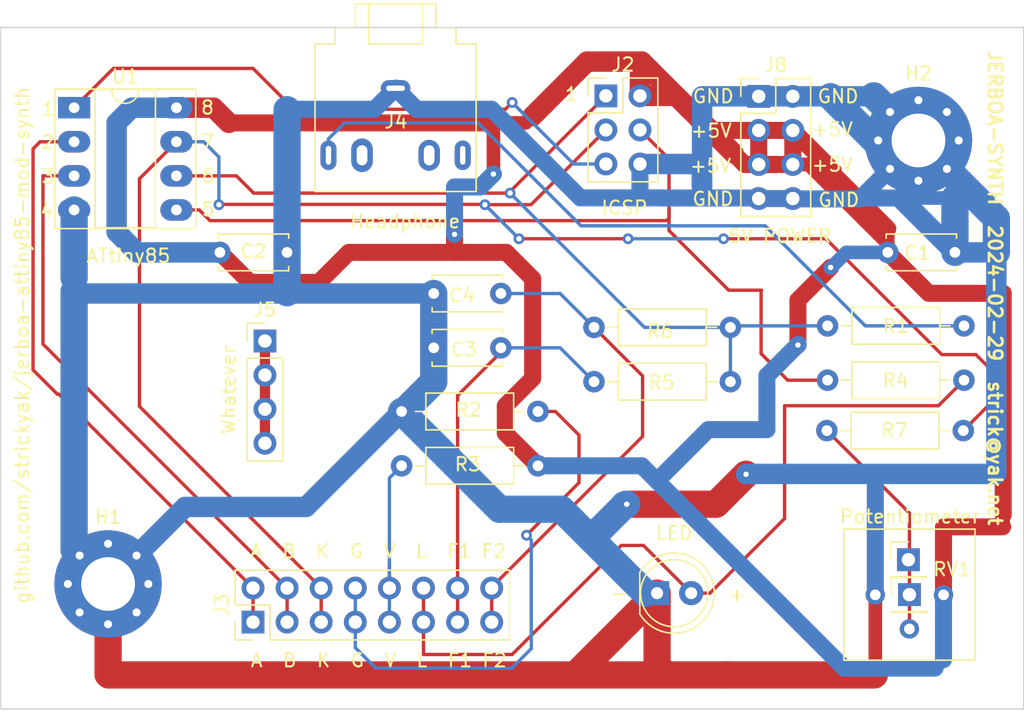
<source format=kicad_pcb>
(kicad_pcb (version 20221018) (generator pcbnew)
  (layers (0 "F.Cu" signal) (31 "B.Cu" signal) (34 "B.Paste" user) (35 "F.Paste" user) (36 "B.SilkS" user "B.Silkscreen") (37 "F.SilkS" user "F.Silkscreen") (38 "B.Mask" user) (39 "F.Mask" user) (44 "Edge.Cuts" user))
  (net 0 "")
  (net 1 "/F1")
  (net 2 "GND")
  (net 3 "/F2")
  (net 4 "/L")
  (net 5 "+5V")
  (net 6 "/chip_F")
  (net 7 "/K")
  (net 8 "/chip_L")
  (net 9 "/R")
  (net 10 "Net-(J4-PadT)")
  (net 11 "/A")
  (net 12 "/B")
  (net 13 "/TEMP")
  (net 14 "/G")
  (net 15 "/V")
  (net 16 "Net-(J6-Pin_1)")
  (footprint "LED_THT:LED_D5.0mm" (layer "F.Cu") (at 74.295 67.564)
    (fp_text reference "D1" hide)
    (fp_text value "LED")
    (pad "1" thru_hole rect (at 0 0) (size 1.8 1.8) (drill 0.9) (layers "*.Cu" "*.Mask") (net 2 "GND"))
    (pad "2" thru_hole circle (at 2.54 0) (size 1.8 1.8) (drill 0.9) (layers "*.Cu" "*.Mask") (net 4 "/L"))
  )
  (footprint "Resistor_THT:R_Axial_DIN0207_L6.3mm_D2.5mm_P10.16mm_Horizontal" (layer "F.Cu") (at 86.995 51.689)
    (fp_text reference "R4" (at 5.08 0.0254) (layer "F.SilkS"))
    (fp_text value "R_US")
    (pad "1" thru_hole circle (at 0 0) (size 1.6 1.6) (drill 0.8) (layers "*.Cu" "*.Mask") (net 8 "/chip_L"))
    (pad "2" thru_hole oval (at 10.16 0) (size 1.6 1.6) (drill 0.8) (layers "*.Cu" "*.Mask") (net 4 "/L"))
  )
  (footprint "Potentiometer_THT:Potentiometer_Bourns_3386P_Vertical" (layer "F.Cu") (at 90.551 67.691 -90)
    (fp_text reference "RV1" (at -1.905 -5.715 -180) (layer "F.SilkS"))
    (fp_text value "R_Potentiometer_US")
    (pad "1" thru_hole circle (at 0 0 270) (size 1.44 1.44) (drill 0.8) (layers "*.Cu" "*.Mask") (net 2 "GND"))
    (pad "2" thru_hole circle (at 2.54 -2.54 270) (size 1.44 1.44) (drill 0.8) (layers "*.Cu" "*.Mask") (net 16 "Net-(J6-Pin_1)"))
    (pad "3" thru_hole circle (at 0 -5.08 270) (size 1.44 1.44) (drill 0.8) (layers "*.Cu" "*.Mask") (net 5 "+5V"))
  )
  (footprint "Capacitor_THT:C_Disc_D5.0mm_W2.5mm_P5.00mm" (layer "F.Cu") (at 62.658 49.276 180)
    (fp_text reference "C3" (at 2.7394 -0.127) (layer "F.SilkS"))
    (fp_text value "C")
    (pad "1" thru_hole circle (at 0 0 180) (size 1.6 1.6) (drill 0.8) (layers "*.Cu" "*.Mask") (net 1 "/F1"))
    (pad "2" thru_hole circle (at 5 0 180) (size 1.6 1.6) (drill 0.8) (layers "*.Cu" "*.Mask") (net 2 "GND"))
  )
  (footprint "MountingHole:MountingHole_4mm_Pad_Via" (layer "F.Cu") (at 93.76368 33.81968)
    (fp_text reference "H2" (at 0 -5) (layer "F.SilkS"))
    (fp_text value "MountingHole_Pad")
    (pad "1" thru_hole circle (at -3 0) (size 0.9 0.9) (drill 0.6) (layers "*.Cu" "*.Mask") (net 2 "GND"))
    (pad "1" thru_hole circle (at -2.12132 -2.12132) (size 0.9 0.9) (drill 0.6) (layers "*.Cu" "*.Mask") (net 2 "GND"))
    (pad "1" thru_hole circle (at -2.12132 2.12132) (size 0.9 0.9) (drill 0.6) (layers "*.Cu" "*.Mask") (net 2 "GND"))
    (pad "1" thru_hole circle (at 0 -3) (size 0.9 0.9) (drill 0.6) (layers "*.Cu" "*.Mask") (net 2 "GND"))
    (pad "1" thru_hole circle (at 0 0) (size 8 8) (drill 4) (layers "*.Cu" "*.Mask") (net 2 "GND"))
    (pad "1" thru_hole circle (at 0 3) (size 0.9 0.9) (drill 0.6) (layers "*.Cu" "*.Mask") (net 2 "GND"))
    (pad "1" thru_hole circle (at 2.12132 -2.12132) (size 0.9 0.9) (drill 0.6) (layers "*.Cu" "*.Mask") (net 2 "GND"))
    (pad "1" thru_hole circle (at 2.12132 2.12132) (size 0.9 0.9) (drill 0.6) (layers "*.Cu" "*.Mask") (net 2 "GND"))
    (pad "1" thru_hole circle (at 3 0) (size 0.9 0.9) (drill 0.6) (layers "*.Cu" "*.Mask") (net 2 "GND"))
  )
  (footprint "Resistor_THT:R_Axial_DIN0207_L6.3mm_D2.5mm_P10.16mm_Horizontal" (layer "F.Cu") (at 55.263 58.071)
    (fp_text reference "R3" (at 4.935 -0.1082) (layer "F.SilkS"))
    (fp_text value "R_US")
    (pad "1" thru_hole circle (at 0 0) (size 1.6 1.6) (drill 0.8) (layers "*.Cu" "*.Mask") (net 15 "/V"))
    (pad "2" thru_hole oval (at 10.16 0) (size 1.6 1.6) (drill 0.8) (layers "*.Cu" "*.Mask") (net 5 "+5V"))
  )
  (footprint "Connector_PinHeader_2.54mm:PinHeader_2x04_P2.54mm_Vertical" (layer "F.Cu") (at 81.8642 30.5308)
    (fp_text reference "J8" (at 1.27 -2.33) (layer "F.SilkS"))
    (fp_text value "Conn_02x04_Odd_Even")
    (pad "1" thru_hole rect (at 0 0) (size 1.7 1.7) (drill 1) (layers "*.Cu" "*.Mask") (net 2 "GND"))
    (pad "2" thru_hole oval (at 2.54 0) (size 1.7 1.7) (drill 1) (layers "*.Cu" "*.Mask") (net 2 "GND"))
    (pad "3" thru_hole oval (at 0 2.54) (size 1.7 1.7) (drill 1) (layers "*.Cu" "*.Mask") (net 5 "+5V"))
    (pad "4" thru_hole oval (at 2.54 2.54) (size 1.7 1.7) (drill 1) (layers "*.Cu" "*.Mask") (net 5 "+5V"))
    (pad "5" thru_hole oval (at 0 5.08) (size 1.7 1.7) (drill 1) (layers "*.Cu" "*.Mask") (net 5 "+5V"))
    (pad "6" thru_hole oval (at 2.54 5.08) (size 1.7 1.7) (drill 1) (layers "*.Cu" "*.Mask") (net 5 "+5V"))
    (pad "7" thru_hole oval (at 0 7.62) (size 1.7 1.7) (drill 1) (layers "*.Cu" "*.Mask") (net 2 "GND"))
    (pad "8" thru_hole oval (at 2.54 7.62) (size 1.7 1.7) (drill 1) (layers "*.Cu" "*.Mask") (net 2 "GND"))
  )
  (footprint "Resistor_THT:R_Axial_DIN0207_L6.3mm_D2.5mm_P10.16mm_Horizontal" (layer "F.Cu") (at 79.756 47.752 180)
    (fp_text reference "R6" (at 5.2324 -0.2794) (layer "F.SilkS"))
    (fp_text value "R_US")
    (pad "1" thru_hole circle (at 0 0 180) (size 1.6 1.6) (drill 0.8) (layers "*.Cu" "*.Mask") (net 6 "/chip_F"))
    (pad "2" thru_hole oval (at 10.16 0 180) (size 1.6 1.6) (drill 0.8) (layers "*.Cu" "*.Mask") (net 3 "/F2"))
  )
  (footprint "Resistor_THT:R_Axial_DIN0207_L6.3mm_D2.5mm_P10.16mm_Horizontal" (layer "F.Cu") (at 79.756 51.802 180)
    (fp_text reference "R5" (at 5.1308 -0.0648) (layer "F.SilkS"))
    (fp_text value "R_US")
    (pad "1" thru_hole circle (at 0 0 180) (size 1.6 1.6) (drill 0.8) (layers "*.Cu" "*.Mask") (net 6 "/chip_F"))
    (pad "2" thru_hole oval (at 10.16 0 180) (size 1.6 1.6) (drill 0.8) (layers "*.Cu" "*.Mask") (net 1 "/F1"))
  )
  (footprint "Resistor_THT:R_Axial_DIN0207_L6.3mm_D2.5mm_P10.16mm_Horizontal" (layer "F.Cu") (at 86.995 47.639)
    (fp_text reference "R1" (at 5.08 0.0114) (layer "F.SilkS"))
    (fp_text value "R_US")
    (pad "1" thru_hole circle (at 0 0) (size 1.6 1.6) (drill 0.8) (layers "*.Cu" "*.Mask") (net 6 "/chip_F"))
    (pad "2" thru_hole oval (at 10.16 0) (size 1.6 1.6) (drill 0.8) (layers "*.Cu" "*.Mask") (net 10 "Net-(J4-PadT)"))
  )
  (footprint "Capacitor_THT:C_Disc_D5.0mm_W2.5mm_P5.00mm" (layer "F.Cu") (at 91.48 42.164)
    (fp_text reference "C1" (at 2.1952 0.0254) (layer "F.SilkS"))
    (fp_text value "C")
    (pad "1" thru_hole circle (at 0 0) (size 1.6 1.6) (drill 0.8) (layers "*.Cu" "*.Mask") (net 5 "+5V"))
    (pad "2" thru_hole circle (at 5 0) (size 1.6 1.6) (drill 0.8) (layers "*.Cu" "*.Mask") (net 2 "GND"))
  )
  (footprint "Connector_PinHeader_2.54mm:PinHeader_2x03_P2.54mm_Vertical" (layer "F.Cu") (at 70.48 30.495)
    (fp_text reference "J2" (at 1.27 -2.33) (layer "F.SilkS"))
    (fp_text value "Conn_02x03_Odd_Even")
    (pad "1" thru_hole rect (at 0 0) (size 1.7 1.7) (drill 1) (layers "*.Cu" "*.Mask") (net 6 "/chip_F"))
    (pad "2" thru_hole oval (at 2.54 0) (size 1.7 1.7) (drill 1) (layers "*.Cu" "*.Mask") (net 5 "+5V"))
    (pad "3" thru_hole oval (at 0 2.54) (size 1.7 1.7) (drill 1) (layers "*.Cu" "*.Mask") (net 7 "/K"))
    (pad "4" thru_hole oval (at 2.54 2.54) (size 1.7 1.7) (drill 1) (layers "*.Cu" "*.Mask") (net 8 "/chip_L"))
    (pad "5" thru_hole oval (at 0 5.08) (size 1.7 1.7) (drill 1) (layers "*.Cu" "*.Mask") (net 9 "/R"))
    (pad "6" thru_hole oval (at 2.54 5.08) (size 1.7 1.7) (drill 1) (layers "*.Cu" "*.Mask") (net 2 "GND"))
  )
  (footprint "Connector_PinHeader_2.54mm:PinHeader_1x01_P2.54mm_Vertical" (layer "F.Cu") (at 93.0148 65.0748)
    (fp_text reference "J6" hide)
    (fp_text value "Conn_01x01")
    (pad "1" thru_hole rect (at 0 0) (size 1.7 1.7) (drill 1) (layers "*.Cu" "*.Mask") (net 16 "Net-(J6-Pin_1)"))
  )
  (footprint "Library:Jack_3.5mm_CUI_SJ1-3525N_Horizontal_No_Edge_Cuts" (layer "F.Cu") (at 54.817 29.925 180)
    (fp_text reference "J4" (at -0.0216 -2.4854 180) (layer "F.SilkS"))
    (fp_text value "AudioJack2")
    (pad "" np_thru_hole circle (at -5 0 180) (size 1.2 1.2) (drill 1.2) (layers "F&B.Cu" "*.Mask"))
    (pad "" np_thru_hole circle (at -5 2.5 180) (size 1.2 1.2) (drill 1.2) (layers "F&B.Cu" "*.Mask"))
    (pad "" np_thru_hole circle (at 0 -5 180) (size 1.2 1.2) (drill 1.2) (layers "F&B.Cu" "*.Mask"))
    (pad "" np_thru_hole circle (at 5 0 180) (size 1.2 1.2) (drill 1.2) (layers "F&B.Cu" "*.Mask"))
    (pad "" np_thru_hole circle (at 5 2.5 180) (size 1.2 1.2) (drill 1.2) (layers "F&B.Cu" "*.Mask"))
    (pad "R" thru_hole oval (at -5 -5 180) (size 1.2 2.2) (drill oval 0.4 1.4) (layers "*.Cu" "*.Mask"))
    (pad "RN" thru_hole oval (at -2.5 -5 180) (size 1.6 2.3) (drill oval 0.8 1.5) (layers "*.Cu" "*.Mask"))
    (pad "S" thru_hole oval (at 0 0 180) (size 2.2 1.2) (drill oval 1.4 0.4) (layers "*.Cu" "*.Mask") (net 2 "GND"))
    (pad "T" thru_hole oval (at 5 -5) (size 1.2 2.2) (drill oval 0.4 1.4) (layers "*.Cu" "*.Mask") (net 10 "Net-(J4-PadT)"))
    (pad "TN" thru_hole oval (at 2.5 -5) (size 1.6 2.5) (drill oval 0.8 1.5) (layers "*.Cu" "*.Mask"))
  )
  (footprint "Package_DIP:DIP-8_W7.62mm_Socket_LongPads" (layer "F.Cu") (at 30.871 31.379)
    (fp_text reference "U1" (at 3.81 -2.33) (layer "F.SilkS"))
    (fp_text value "ATtiny85-20P")
    (pad "1" thru_hole rect (at 0 0) (size 2.4 1.6) (drill 0.8) (layers "*.Cu" "*.Mask") (net 9 "/R"))
    (pad "2" thru_hole oval (at 0 2.54) (size 2.4 1.6) (drill 0.8) (layers "*.Cu" "*.Mask") (net 11 "/A"))
    (pad "3" thru_hole oval (at 0 5.08) (size 2.4 1.6) (drill 0.8) (layers "*.Cu" "*.Mask") (net 12 "/B"))
    (pad "4" thru_hole oval (at 0 7.62) (size 2.4 1.6) (drill 0.8) (layers "*.Cu" "*.Mask") (net 2 "GND"))
    (pad "5" thru_hole oval (at 7.62 7.62) (size 2.4 1.6) (drill 0.8) (layers "*.Cu" "*.Mask") (net 8 "/chip_L"))
    (pad "6" thru_hole oval (at 7.62 5.08) (size 2.4 1.6) (drill 0.8) (layers "*.Cu" "*.Mask") (net 6 "/chip_F"))
    (pad "7" thru_hole oval (at 7.62 2.54) (size 2.4 1.6) (drill 0.8) (layers "*.Cu" "*.Mask") (net 7 "/K"))
    (pad "8" thru_hole oval (at 7.62 0) (size 2.4 1.6) (drill 0.8) (layers "*.Cu" "*.Mask") (net 5 "+5V"))
  )
  (footprint "Resistor_THT:R_Axial_DIN0207_L6.3mm_D2.5mm_P10.16mm_Horizontal" (layer "F.Cu") (at 97.1042 55.4482 180)
    (fp_text reference "R7" (at 5.1308 0.0254) (layer "F.SilkS"))
    (fp_text value "R_US")
    (pad "1" thru_hole circle (at 0 0 180) (size 1.6 1.6) (drill 0.8) (layers "*.Cu" "*.Mask") (net 7 "/K"))
    (pad "2" thru_hole oval (at 10.16 0 180) (size 1.6 1.6) (drill 0.8) (layers "*.Cu" "*.Mask") (net 16 "Net-(J6-Pin_1)"))
  )
  (footprint "Resistor_THT:R_Axial_DIN0207_L6.3mm_D2.5mm_P10.16mm_Horizontal" (layer "F.Cu") (at 55.263 54.021)
    (fp_text reference "R2" (at 4.9858 -0.1222) (layer "F.SilkS"))
    (fp_text value "R_US")
    (pad "1" thru_hole circle (at 0 0) (size 1.6 1.6) (drill 0.8) (layers "*.Cu" "*.Mask") (net 2 "GND"))
    (pad "2" thru_hole oval (at 10.16 0) (size 1.6 1.6) (drill 0.8) (layers "*.Cu" "*.Mask") (net 14 "/G"))
  )
  (footprint "Connector_PinHeader_2.54mm:PinHeader_1x01_P2.54mm_Vertical" (layer "F.Cu") (at 93.091 67.676)
    (fp_text reference "J7" hide)
    (fp_text value "Conn_01x01")
    (pad "1" thru_hole rect (at 0 0) (size 1.7 1.7) (drill 1) (layers "*.Cu" "*.Mask") (net 16 "Net-(J6-Pin_1)"))
  )
  (footprint "Capacitor_THT:C_Disc_D5.0mm_W2.5mm_P5.00mm" (layer "F.Cu") (at 41.7322 42.164)
    (fp_text reference "C2" (at 2.4892 -0.0762) (layer "F.SilkS"))
    (fp_text value "C")
    (pad "1" thru_hole circle (at 0 0) (size 1.6 1.6) (drill 0.8) (layers "*.Cu" "*.Mask") (net 5 "+5V"))
    (pad "2" thru_hole circle (at 5 0) (size 1.6 1.6) (drill 0.8) (layers "*.Cu" "*.Mask") (net 2 "GND"))
  )
  (footprint "Connector_PinHeader_2.54mm:PinHeader_1x04_P2.54mm_Vertical" (layer "F.Cu") (at 45.085 48.768)
    (fp_text reference "J5" (at 0 -2.33) (layer "F.SilkS"))
    (fp_text value "Conn_01x04_Pin")
    (pad "1" thru_hole rect (at 0 0) (size 1.7 1.7) (drill 1) (layers "*.Cu" "*.Mask") (net 13 "/TEMP"))
    (pad "2" thru_hole oval (at 0 2.54) (size 1.7 1.7) (drill 1) (layers "*.Cu" "*.Mask") (net 13 "/TEMP"))
    (pad "3" thru_hole oval (at 0 5.08) (size 1.7 1.7) (drill 1) (layers "*.Cu" "*.Mask") (net 13 "/TEMP"))
    (pad "4" thru_hole oval (at 0 7.62) (size 1.7 1.7) (drill 1) (layers "*.Cu" "*.Mask") (net 13 "/TEMP"))
  )
  (footprint "MountingHole:MountingHole_4mm_Pad_Via" (layer "F.Cu") (at 33.401 66.881)
    (fp_text reference "H1" (at 0 -5) (layer "F.SilkS"))
    (fp_text value "MountingHole_Pad")
    (pad "1" thru_hole circle (at -3 0) (size 0.9 0.9) (drill 0.6) (layers "*.Cu" "*.Mask") (net 2 "GND"))
    (pad "1" thru_hole circle (at -2.12132 -2.12132) (size 0.9 0.9) (drill 0.6) (layers "*.Cu" "*.Mask") (net 2 "GND"))
    (pad "1" thru_hole circle (at -2.12132 2.12132) (size 0.9 0.9) (drill 0.6) (layers "*.Cu" "*.Mask") (net 2 "GND"))
    (pad "1" thru_hole circle (at 0 -3) (size 0.9 0.9) (drill 0.6) (layers "*.Cu" "*.Mask") (net 2 "GND"))
    (pad "1" thru_hole circle (at 0 0) (size 8 8) (drill 4) (layers "*.Cu" "*.Mask") (net 2 "GND"))
    (pad "1" thru_hole circle (at 0 3) (size 0.9 0.9) (drill 0.6) (layers "*.Cu" "*.Mask") (net 2 "GND"))
    (pad "1" thru_hole circle (at 2.12132 -2.12132) (size 0.9 0.9) (drill 0.6) (layers "*.Cu" "*.Mask") (net 2 "GND"))
    (pad "1" thru_hole circle (at 2.12132 2.12132) (size 0.9 0.9) (drill 0.6) (layers "*.Cu" "*.Mask") (net 2 "GND"))
    (pad "1" thru_hole circle (at 3 0) (size 0.9 0.9) (drill 0.6) (layers "*.Cu" "*.Mask") (net 2 "GND"))
  )
  (footprint "Connector_PinHeader_2.54mm:PinHeader_2x08_P2.54mm_Vertical" (layer "F.Cu") (at 44.196 69.723 90)
    (fp_text reference "J3" (at 1.27 -2.33 90) (layer "F.SilkS"))
    (fp_text value "Conn_02x08_Odd_Even")
    (pad "1" thru_hole rect (at 0 0 90) (size 1.7 1.7) (drill 1) (layers "*.Cu" "*.Mask") (net 11 "/A"))
    (pad "2" thru_hole oval (at 2.54 0 90) (size 1.7 1.7) (drill 1) (layers "*.Cu" "*.Mask") (net 11 "/A"))
    (pad "3" thru_hole oval (at 0 2.54 90) (size 1.7 1.7) (drill 1) (layers "*.Cu" "*.Mask") (net 12 "/B"))
    (pad "4" thru_hole oval (at 2.54 2.54 90) (size 1.7 1.7) (drill 1) (layers "*.Cu" "*.Mask") (net 12 "/B"))
    (pad "5" thru_hole oval (at 0 5.08 90) (size 1.7 1.7) (drill 1) (layers "*.Cu" "*.Mask") (net 7 "/K"))
    (pad "6" thru_hole oval (at 2.54 5.08 90) (size 1.7 1.7) (drill 1) (layers "*.Cu" "*.Mask") (net 7 "/K"))
    (pad "7" thru_hole oval (at 0 7.62 90) (size 1.7 1.7) (drill 1) (layers "*.Cu" "*.Mask") (net 14 "/G"))
    (pad "8" thru_hole oval (at 2.54 7.62 90) (size 1.7 1.7) (drill 1) (layers "*.Cu" "*.Mask") (net 14 "/G"))
    (pad "9" thru_hole oval (at 0 10.16 90) (size 1.7 1.7) (drill 1) (layers "*.Cu" "*.Mask") (net 15 "/V"))
    (pad "10" thru_hole oval (at 2.54 10.16 90) (size 1.7 1.7) (drill 1) (layers "*.Cu" "*.Mask") (net 15 "/V"))
    (pad "11" thru_hole oval (at 0 12.7 90) (size 1.7 1.7) (drill 1) (layers "*.Cu" "*.Mask") (net 4 "/L"))
    (pad "12" thru_hole oval (at 2.54 12.7 90) (size 1.7 1.7) (drill 1) (layers "*.Cu" "*.Mask") (net 4 "/L"))
    (pad "13" thru_hole oval (at 0 15.24 90) (size 1.7 1.7) (drill 1) (layers "*.Cu" "*.Mask") (net 1 "/F1"))
    (pad "14" thru_hole oval (at 2.54 15.24 90) (size 1.7 1.7) (drill 1) (layers "*.Cu" "*.Mask") (net 1 "/F1"))
    (pad "15" thru_hole oval (at 0 17.78 90) (size 1.7 1.7) (drill 1) (layers "*.Cu" "*.Mask") (net 3 "/F2"))
    (pad "16" thru_hole oval (at 2.54 17.78 90) (size 1.7 1.7) (drill 1) (layers "*.Cu" "*.Mask") (net 3 "/F2"))
  )
  (footprint "Capacitor_THT:C_Disc_D5.0mm_W2.5mm_P5.00mm" (layer "F.Cu") (at 62.658 45.226 180)
    (fp_text reference "C4" (at 2.8918 -0.1638) (layer "F.SilkS"))
    (fp_text value "C")
    (pad "1" thru_hole circle (at 0 0 180) (size 1.6 1.6) (drill 0.8) (layers "*.Cu" "*.Mask") (net 3 "/F2"))
    (pad "2" thru_hole circle (at 5 0 180) (size 1.6 1.6) (drill 0.8) (layers "*.Cu" "*.Mask") (net 2 "GND"))
  )
  (gr_rect (start 25.4 25.4) (end 101.6 76.2) (stroke (width 0.1)) (fill none) (layer "Edge.Cuts"))
  (gr_text "Whatever" (at 42.9768 55.8292 90) (layer "F.SilkS") (effects (font (size 1 1)) (justify left bottom)))
  (gr_text "GND" (at 86.2076 38.8366) (layer "F.SilkS") (effects (font (size 1 1)) (justify left bottom)))
  (gr_text "GND" (at 86.1568 31.115) (layer "F.SilkS") (effects (font (size 1 1)) (justify left bottom)))
  (gr_text "A  B  K  G  V  L  F1 F2" (at 43.8912 65.024) (layer "F.SilkS") (effects (font (size 1 1)) (justify left bottom)))
  (gr_text "7" (at 40.2336 34.4932) (layer "F.SilkS") (effects (font (size 1 1)) (justify left bottom)))
  (gr_text "+5V" (at 85.725 33.5788) (layer "F.SilkS") (effects (font (size 1 1)) (justify left bottom)))
  (gr_text "JERBOA-SYNTH  2024-02-29  strick@yak.net" (at 98.8822 27.0256 270) (layer "F.SilkS") (effects (font (size 1 1) (thickness 0.2) bold) (justify left bottom)))
  (gr_text "5V POWER" (at 79.502 41.529) (layer "F.SilkS") (effects (font (size 1 1)) (justify left bottom)))
  (gr_text "Potentiometer" (at 87.8078 62.4332) (layer "F.SilkS") (effects (font (size 1 1)) (justify left bottom)))
  (gr_text "GND" (at 76.835 38.7604) (layer "F.SilkS") (effects (font (size 1 1)) (justify left bottom)))
  (gr_text "GND" (at 76.8604 31.115) (layer "F.SilkS") (effects (font (size 1 1)) (justify left bottom)))
  (gr_text "+5V" (at 85.725 36.2204) (layer "F.SilkS") (effects (font (size 1 1)) (justify left bottom)))
  (gr_text "-" (at 70.7644 68.1482) (layer "F.SilkS") (effects (font (size 1 1)) (justify left bottom)))
  (gr_text "Headphone" (at 51.3334 40.4368) (layer "F.SilkS") (effects (font (size 1 1)) (justify left bottom)))
  (gr_text "1" (at 67.3354 30.9626) (layer "F.SilkS") (effects (font (size 1 1)) (justify left bottom)))
  (gr_text "+5V" (at 76.6572 36.2966) (layer "F.SilkS") (effects (font (size 1 1)) (justify left bottom)))
  (gr_text "6" (at 40.2844 37.0586) (layer "F.SilkS") (effects (font (size 1 1)) (justify left bottom)))
  (gr_text "github.com/strickyak/jerboa-attiny85-mod-synth" (at 27.5844 68.453 90) (layer "F.SilkS") (effects (font (size 1 1)) (justify left bottom)))
  (gr_text "+5V" (at 76.708 33.6804) (layer "F.SilkS") (effects (font (size 1 1)) (justify left bottom)))
  (gr_text "LED" (at 74.1172 63.6778) (layer "F.SilkS") (effects (font (size 1 1)) (justify left bottom)))
  (gr_text "ICSP" (at 70.0532 39.4208) (layer "F.SilkS") (effects (font (size 1 1)) (justify left bottom)))
  (gr_text "3" (at 28.3464 37.1094) (layer "F.SilkS") (effects (font (size 1 1)) (justify left bottom)))
  (gr_text "ATtiny85" (at 31.6992 43.0022) (layer "F.SilkS") (effects (font (size 1 1)) (justify left bottom)))
  (gr_text "8" (at 40.2336 31.9532) (layer "F.SilkS") (effects (font (size 1 1)) (justify left bottom)))
  (gr_text "5" (at 40.2844 39.5478) (layer "F.SilkS") (effects (font (size 1 1)) (justify left bottom)))
  (gr_text "4" (at 28.2702 39.6494) (layer "F.SilkS") (effects (font (size 1 1)) (justify left bottom)))
  (gr_text "1" (at 28.3718 32.0802) (layer "F.SilkS") (effects (font (size 1 1)) (justify left bottom)))
  (gr_text "A  B  K  G  V  L  F1 F2" (at 43.942 73.152) (layer "F.SilkS") (effects (font (size 1 1)) (justify left bottom)))
  (gr_text "2" (at 28.321 34.544) (layer "F.SilkS") (effects (font (size 1 1)) (justify left bottom)))
  (gr_text "+" (at 79.5274 68.2498) (layer "F.SilkS") (effects (font (size 1 1)) (justify left bottom)))
  (segment (start 59.436 67.183) (end 59.436 69.723) (width 0.25) (layer "F.Cu") (net 1))
  (segment (start 62.658 49.276) (end 62.658 49.61) (width 0.25) (layer "F.Cu") (net 1))
  (segment (start 62.658 49.61) (end 59.436 52.832) (width 0.25) (layer "F.Cu") (net 1))
  (segment (start 59.436 52.832) (end 59.436 67.183) (width 0.25) (layer "F.Cu") (net 1))
  (segment (start 67.07 49.276) (end 62.658 49.276) (width 0.25) (layer "B.Cu") (net 1))
  (segment (start 69.596 51.802) (end 67.07 49.276) (width 0.25) (layer "B.Cu") (net 1))
  (segment (start 74.9554 73.66) (end 79.756 73.66) (width 2.032) (layer "F.Cu") (net 2))
  (segment (start 72.0344 60.9346) (end 78.6892 60.9346) (width 2.032) (layer "F.Cu") (net 2))
  (segment (start 79.248 73.66) (end 90.4748 73.66) (width 2.032) (layer "F.Cu") (net 2))
  (segment (start 68.58 73.66) (end 74.9554 73.66) (width 2.032) (layer "F.Cu") (net 2))
  (segment (start 90.4748 73.66) (end 90.5002 73.6854) (width 1.016) (layer "F.Cu") (net 2))
  (segment (start 78.6892 60.9346) (end 80.9244 58.6994) (width 2.032) (layer "F.Cu") (net 2))
  (segment (start 33.401 73.6092) (end 33.401 66.881) (width 2.032) (layer "F.Cu") (net 2))
  (segment (start 90.297 67.691) (end 90.551 67.691) (width 0.25) (layer "F.Cu") (net 2))
  (segment (start 79.248 73.66) (end 79.756 73.66) (width 1.016) (layer "F.Cu") (net 2))
  (segment (start 68.58 73.279) (end 68.58 73.66) (width 0.25) (layer "F.Cu") (net 2))
  (segment (start 74.295 72.9996) (end 74.295 67.564) (width 2.032) (layer "F.Cu") (net 2))
  (segment (start 90.551 73.6346) (end 90.551 67.691) (width 1.016) (layer "F.Cu") (net 2))
  (segment (start 68.58 73.66) (end 33.4518 73.66) (width 2.032) (layer "F.Cu") (net 2))
  (segment (start 74.9554 73.66) (end 74.295 72.9996) (width 2.032) (layer "F.Cu") (net 2))
  (segment (start 90.5002 73.6854) (end 90.551 73.6346) (width 1.016) (layer "F.Cu") (net 2))
  (segment (start 33.4518 73.66) (end 33.401 73.6092) (width 2.032) (layer "F.Cu") (net 2))
  (segment (start 69.9516 71.9074) (end 68.58 73.279) (width 2.032) (layer "F.Cu") (net 2))
  (segment (start 74.295 67.564) (end 69.9516 71.9074) (width 2.032) (layer "F.Cu") (net 2))
  (via (at 80.9244 58.6994) (size 0.8) (drill 0.4) (layers "F.Cu" "B.Cu") (net 2))
  (via (at 72.0344 60.9346) (size 0.8) (drill 0.4) (layers "F.Cu" "B.Cu") (net 2))
  (segment (start 87.2236 30.5562) (end 84.4296 30.5562) (width 1.27) (layer "B.Cu") (net 2))
  (segment (start 87.2236 30.5562) (end 90.48708 33.81968) (width 2.032) (layer "B.Cu") (net 2))
  (segment (start 77.206 38.1) (end 77.216 38.11) (width 0.762) (layer "B.Cu") (net 2))
  (segment (start 54.817 29.925) (end 56.388 31.496) (width 1.27) (layer "B.Cu") (net 2))
  (segment (start 77.6224 35.5346) (end 77.582 35.575) (width 1.524) (layer "B.Cu") (net 2))
  (segment (start 55.263 54.021) (end 48.1462 61.1378) (width 1.524) (layer "B.Cu") (net 2))
  (segment (start 90.434 30.49) (end 93.76368 33.81968) (width 2.032) (layer "B.Cu") (net 2))
  (segment (start 39.1442 61.1378) (end 33.401 66.881) (width 1.524) (layer "B.Cu") (net 2))
  (segment (start 72.0344 60.9346) (end 71.9582 60.9854) (width 2.032) (layer "B.Cu") (net 2))
  (segment (start 57.658 49.276) (end 57.658 45.226) (width 2.032) (layer "B.Cu") (net 2))
  (segment (start 89.47336 38.11) (end 93.76368 33.81968) (width 1.27) (layer "B.Cu") (net 2))
  (segment (start 62.551 61.309) (end 55.263 54.021) (width 2.032) (layer "B.Cu") (net 2))
  (segment (start 89.47336 38.11) (end 89.40716 38.1762) (width 1.016) (layer "B.Cu") (net 2))
  (segment (start 46.7322 31.5252) (end 46.7614 31.496) (width 1.016) (layer "B.Cu") (net 2))
  (segment (start 78.0542 38.11) (end 81.8234 38.11) (width 1.27) (layer "B.Cu") (net 2))
  (segment (start 89.40716 38.1762) (end 84.4296 38.1762) (width 1.27) (layer "B.Cu") (net 2))
  (segment (start 53.246 31.496) (end 46.7614 31.496) (width 1.27) (layer "B.Cu") (net 2))
  (segment (start 30.871 38.999) (end 30.871 44.069) (width 2.032) (layer "B.Cu") (net 2))
  (segment (start 99.568 58.674) (end 91.8718 58.674) (width 1.524) (layer "B.Cu") (net 2))
  (segment (start 77.6478 30.5308) (end 77.6478 37.7036) (width 1.524) (layer "B.Cu") (net 2))
  (segment (start 74.295 67.564) (end 73.42 67.564) (width 0.25) (layer "B.Cu") (net 2))
  (segment (start 46.7322 42.164) (end 46.7322 45.1714) (width 2.032) (layer "B.Cu") (net 2))
  (segment (start 77.582 35.575) (end 73.02 35.575) (width 1.524) (layer "B.Cu") (net 2))
  (segment (start 30.871 45.0596) (end 30.871 64.351) (width 2.032) (layer "B.Cu") (net 2))
  (segment (start 99.568 42.164) (end 99.568 58.674) (width 1.524) (layer "B.Cu") (net 2))
  (segment (start 73.42 67.564) (end 69.3617 63.5057) (width 2.032) (layer "B.Cu") (net 2))
  (segment (start 80.9498 58.674) (end 80.9244 58.6994) (width 1.524) (layer "B.Cu") (net 2))
  (segment (start 81.8234 38.11) (end 81.8896 38.1762) (width 0.762) (layer "B.Cu") (net 2))
  (segment (start 78.0542 38.11) (end 74.686 38.11) (width 1.27) (layer "B.Cu") (net 2))
  (segment (start 73.0758 38.1) (end 73.02 38.0442) (width 1.27) (layer "B.Cu") (net 2))
  (segment (start 90.48708 33.81968) (end 93.76368 33.81968) (width 1.27) (layer "B.Cu") (net 2))
  (segment (start 96.48 42.164) (end 96.48 38.1) (width 2.032) (layer "B.Cu") (net 2))
  (segment (start 96.48 36.536) (end 93.76368 33.81968) (width 0.25) (layer "B.Cu") (net 2))
  (segment (start 77.6224 35.5346) (end 77.6224 37.1094) (width 1.524) (layer "B.Cu") (net 2))
  (segment (start 30.871 44.069) (end 30.871 45.0596) (width 1.016) (layer "B.Cu") (net 2))
  (segment (start 92.456 38.14) (end 92.456 38.11) (width 1.016) (layer "B.Cu") (net 2))
  (segment (start 73.0758 38.1) (end 74.676 38.1) (width 1.27) (layer "B.Cu") (net 2))
  (segment (start 90.5764 58.674) (end 90.551 58.6994) (width 1.016) (layer "B.Cu") (net 2))
  (segment (start 54.817 29.925) (end 53.246 31.496) (width 1.27) (layer "B.Cu") (net 2))
  (segment (start 93.76368 33.81968) (end 98.044 38.1) (width 2.032) (layer "B.Cu") (net 2))
  (segment (start 90.434 30.49) (end 90.3932 30.5308) (width 1.27) (layer "B.Cu") (net 2))
  (segment (start 67.165 61.309) (end 62.551 61.309) (width 2.032) (layer "B.Cu") (net 2))
  (segment (start 96.48 42.164) (end 99.568 42.164) (width 1.524) (layer "B.Cu") (net 2))
  (segment (start 73.02 38.0442) (end 73.02 37.0078) (width 1.27) (layer "B.Cu") (net 2))
  (segment (start 71.9582 60.9854) (end 71.9074 60.9854) (width 2.032) (layer "B.Cu") (net 2))
  (segment (start 96.48 38.1) (end 98.044 38.1) (width 0.25) (layer "B.Cu") (net 2))
  (segment (start 30.871 64.351) (end 33.401 66.881) (width 0.25) (layer "B.Cu") (net 2))
  (segment (start 68.58 38.1) (end 73.0758 38.1) (width 1.27) (layer "B.Cu") (net 2))
  (segment (start 71.882 60.9854) (end 71.8566 60.9854) (width 2.032) (layer "B.Cu") (net 2))
  (segment (start 57.658 51.802) (end 57.658 49.276) (width 2.032) (layer "B.Cu") (net 2))
  (segment (start 61.976 31.496) (end 68.58 38.1) (width 1.27) (layer "B.Cu") (net 2))
  (segment (start 46.7322 45.1714) (end 46.7868 45.226) (width 1.016) (layer "B.Cu") (net 2))
  (segment (start 48.1462 61.1378) (end 39.1442 61.1378) (width 1.524) (layer "B.Cu") (net 2))
  (segment (start 90.551 58.6994) (end 90.551 67.691) (width 1.27) (layer "B.Cu") (net 2))
  (segment (start 57.658 45.226) (end 46.7868 45.226) (width 1.524) (layer "B.Cu") (net 2))
  (segment (start 81.8642 38.1508) (end 84.4042 38.1508) (width 1.27) (layer "B.Cu") (net 2))
  (segment (start 71.8566 60.9854) (end 72.0344 60.9346) (width 2.032) (layer "B.Cu") (net 2))
  (segment (start 55.263 54.021) (end 55.439 54.021) (width 0.25) (layer "B.Cu") (net 2))
  (segment (start 69.3617 63.5057) (end 67.165 61.309) (width 2.032) (layer "B.Cu") (net 2))
  (segment (start 46.7322 42.164) (end 46.7322 31.5252) (width 2.032) (layer "B.Cu") (net 2))
  (segment (start 98.044 38.1) (end 99.568 39.624) (width 2.032) (layer "B.Cu") (net 2))
  (segment (start 89.47336 38.11) (end 92.456 38.11) (width 1.27) (layer "B.Cu") (net 2))
  (segment (start 82.931 30.5308) (end 77.6478 30.5308) (width 1.524) (layer "B.Cu") (net 2))
  (segment (start 46.7868 45.226) (end 31.0374 45.226) (width 1.524) (layer "B.Cu") (net 2))
  (segment (start 73.02 37.0078) (end 73.02 35.575) (width 1.27) (layer "B.Cu") (net 2))
  (segment (start 96.47 38.11) (end 96.48 38.1) (width 0.25) (layer "B.Cu") (net 2))
  (segment (start 31.0374 45.226) (end 30.871 45.0596) (width 1.016) (layer "B.Cu") (net 2))
  (segment (start 55.439 54.021) (end 57.658 51.802) (width 2.032) (layer "B.Cu") (net 2))
  (segment (start 69.3617 63.5057) (end 71.882 60.9854) (width 2.032) (layer "B.Cu") (net 2))
  (segment (start 90.434 30.49) (end 90.3678 30.5562) (width 1.27) (layer "B.Cu") (net 2))
  (segment (start 91.8718 58.674) (end 80.9498 58.674) (width 1.524) (layer "B.Cu") (net 2))
  (segment (start 96.48 42.164) (end 92.456 38.14) (width 1.524) (layer "B.Cu") (net 2))
  (segment (start 74.686 38.11) (end 74.676 38.1) (width 1.27) (layer "B.Cu") (net 2))
  (segment (start 90.3932 30.5308) (end 82.931 30.5308) (width 1.524) (layer "B.Cu") (net 2))
  (segment (start 56.388 31.496) (end 61.976 31.496) (width 1.27) (layer "B.Cu") (net 2))
  (segment (start 90.3678 30.5562) (end 87.2236 30.5562) (width 1.27) (layer "B.Cu") (net 2))
  (segment (start 92.456 38.11) (end 96.47 38.11) (width 1.016) (layer "B.Cu") (net 2))
  (segment (start 96.48 38.1) (end 96.48 36.536) (width 1.016) (layer "B.Cu") (net 2))
  (segment (start 82.931 30.5308) (end 81.8642 30.5308) (width 1.524) (layer "B.Cu") (net 2))
  (segment (start 99.568 39.624) (end 99.568 42.164) (width 2.032) (layer "B.Cu") (net 2))
  (segment (start 91.8718 58.674) (end 90.5764 58.674) (width 1.524) (layer "B.Cu") (net 2))
  (segment (start 61.976 67.183) (end 61.976 67.1195) (width 0.25) (layer "F.Cu") (net 3))
  (segment (start 61.976 67.183) (end 61.976 69.723) (width 0.25) (layer "F.Cu") (net 3))
  (segment (start 73.2155 55.88) (end 73.2155 51.3715) (width 0.25) (layer "F.Cu") (net 3))
  (segment (start 73.2155 51.3715) (end 69.596 47.752) (width 0.25) (layer "F.Cu") (net 3))
  (segment (start 61.976 67.1195) (end 73.2155 55.88) (width 0.25) (layer "F.Cu") (net 3))
  (segment (start 67.042 45.226) (end 62.658 45.226) (width 0.25) (layer "B.Cu") (net 3))
  (segment (start 67.056 45.212) (end 67.042 45.226) (width 0.25) (layer "B.Cu") (net 3))
  (segment (start 69.596 47.752) (end 67.056 45.212) (width 0.25) (layer "B.Cu") (net 3))
  (segment (start 95.25 53.594) (end 83.7946 53.594) (width 0.25) (layer "F.Cu") (net 4))
  (segment (start 73.279 64.008) (end 71.628 64.008) (width 0.25) (layer "F.Cu") (net 4))
  (segment (start 63.5 72.136) (end 56.896 72.136) (width 0.25) (layer "F.Cu") (net 4))
  (segment (start 76.835 67.564) (end 73.279 64.008) (width 0.25) (layer "F.Cu") (net 4))
  (segment (start 78.232 67.564) (end 76.835 67.564) (width 0.25) (layer "F.Cu") (net 4))
  (segment (start 83.7946 62.0014) (end 78.232 67.564) (width 0.25) (layer "F.Cu") (net 4))
  (segment (start 71.628 64.008) (end 63.5 72.136) (width 0.25) (layer "F.Cu") (net 4))
  (segment (start 56.896 69.723) (end 56.896 67.183) (width 0.25) (layer "F.Cu") (net 4))
  (segment (start 97.155 51.689) (end 95.25 53.594) (width 0.25) (layer "F.Cu") (net 4))
  (segment (start 83.7946 53.594) (end 83.7946 62.0014) (width 0.25) (layer "F.Cu") (net 4))
  (segment (start 56.896 72.136) (end 56.896 69.723) (width 0.25) (layer "F.Cu") (net 4))
  (segment (start 59.2074 42.164) (end 59.2074 40.8178) (width 1.27) (layer "F.Cu") (net 5))
  (segment (start 94.528 45.212) (end 100.076 45.212) (width 1.27) (layer "F.Cu") (net 5))
  (segment (start 77.4446 32.2326) (end 79.9846 34.7726) (width 1.524) (layer "F.Cu") (net 5))
  (segment (start 84.4042 33.0708) (end 84.4042 35.6108) (width 1.27) (layer "F.Cu") (net 5))
  (segment (start 43.9166 44.3484) (end 43.9166 44.3992) (width 0.762) (layer "F.Cu") (net 5))
  (segment (start 41.2596 31.379) (end 42.3926 32.512) (width 1.524) (layer "F.Cu") (net 5))
  (segment (start 65.024 32.004) (end 69.088 27.94) (width 1.524) (layer "F.Cu") (net 5))
  (segment (start 72.38 27.94) (end 73.02 28.58) (width 1.016) (layer "F.Cu") (net 5))
  (segment (start 76.6953 31.4833) (end 73.7362 28.5242) (width 1.524) (layer "F.Cu") (net 5))
  (segment (start 85.5726 35.6108) (end 84.4042 35.6108) (width 1.016) (layer "F.Cu") (net 5))
  (segment (start 100.076 45.212) (end 100.076 61.722) (width 1.27) (layer "F.Cu") (net 5))
  (segment (start 49.0982 44.3992) (end 43.9166 44.3992) (width 1.27) (layer "F.Cu") (net 5))
  (segment (start 86.6902 35.6108) (end 84.4042 35.6108) (width 1.016) (layer "F.Cu") (net 5))
  (segment (start 84.7852 45.72) (end 87.2236 43.2816) (width 1.27) (layer "F.Cu") (net 5))
  (segment (start 65.423 58.071) (end 62.992 55.64) (width 1.27) (layer "F.Cu") (net 5))
  (segment (start 87.4014 36.322) (end 86.6902 35.6108) (width 1.27) (layer "F.Cu") (net 5))
  (segment (start 62.103 32.512) (end 64.516 32.512) (width 1.016) (layer "F.Cu") (net 5))
  (segment (start 38.491 31.379) (end 41.2596 31.379) (width 1.524) (layer "F.Cu") (net 5))
  (segment (start 51.3334 42.164) (end 49.0982 44.3992) (width 1.27) (layer "F.Cu") (net 5))
  (segment (start 87.4014 36.068) (end 84.4042 33.0708) (width 1.27) (layer "F.Cu") (net 5))
  (segment (start 100.076 61.722) (end 100.076 62.6618) (width 1.016) (layer "F.Cu") (net 5))
  (segment (start 100.076 62.6618) (end 100.0356 62.6214) (width 1.016) (layer "F.Cu") (net 5))
  (segment (start 83.1596 35.6108) (end 80.8228 35.6108) (width 1.27) (layer "F.Cu") (net 5))
  (segment (start 69.088 27.94) (end 72.38 27.94) (width 1.524) (layer "F.Cu") (net 5))
  (segment (start 59.2074 42.164) (end 51.3334 42.164) (width 1.27) (layer "F.Cu") (net 5))
  (segment (start 62.992 55.64) (end 62.992 53.594) (width 1.27) (layer "F.Cu") (net 5))
  (segment (start 41.7322 42.164) (end 43.9166 44.3484) (width 1.27) (layer "F.Cu") (net 5))
  (segment (start 84.7852 49.0728) (end 84.7852 45.72) (width 1.27) (layer "F.Cu") (net 5))
  (segment (start 75.692 30.48) (end 76.6953 31.4833) (width 1.524) (layer "F.Cu") (net 5))
  (segment (start 84.4042 35.6108) (end 83.1596 35.6108) (width 1.27) (layer "F.Cu") (net 5))
  (segment (start 65.024 44.124) (end 63.064 42.164) (width 1.27) (layer "F.Cu") (net 5))
  (segment (start 87.4014 36.322) (end 87.4014 36.068) (width 1.27) (layer "F.Cu") (net 5))
  (segment (start 42.3926 32.512) (end 62.103 32.512) (width 1.27) (layer "F.Cu") (net 5))
  (segment (start 65.024 51.562) (end 65.024 44.124) (width 1.27) (layer "F.Cu") (net 5))
  (segment (start 62.103 32.512) (end 62.103 36.322) (width 1.016) (layer "F.Cu") (net 5))
  (segment (start 80.8228 35.6108) (end 73.7362 28.5242) (width 1.27) (layer "F.Cu") (net 5))
  (segment (start 76.6953 31.4833) (end 77.4446 32.2326) (width 1.524) (layer "F.Cu") (net 5))
  (segment (start 91.48 42.164) (end 91.48 40.4006) (width 1.016) (layer "F.Cu") (net 5))
  (segment (start 91.48 42.164) (end 94.528 45.212) (width 1.27) (layer "F.Cu") (net 5))
  (segment (start 100.0356 62.6214) (end 95.6564 62.6214) (width 1.27) (layer "F.Cu") (net 5))
  (segment (start 95.6564 62.6214) (end 95.631 62.6468) (width 1.016) (layer "F.Cu") (net 5))
  (segment (start 73.152 27.94) (end 72.38 27.94) (width 1.524) (layer "F.Cu") (net 5))
  (segment (start 91.48 40.4006) (end 87.4014 36.322) (width 1.27) (layer "F.Cu") (net 5))
  (segment (start 81.8642 35.6108) (end 81.8642 33.0708) (width 1.27) (layer "F.Cu") (net 5))
  (segment (start 62.992 53.594) (end 65.024 51.562) (width 1.27) (layer "F.Cu") (net 5))
  (segment (start 78.2828 33.0708) (end 81.8642 33.0708) (width 1.27) (layer "F.Cu") (net 5))
  (segment (start 64.516 32.512) (end 65.024 32.004) (width 0.762) (layer "F.Cu") (net 5))
  (segment (start 75.692 30.48) (end 75.677 30.495) (width 0.25) (layer "F.Cu") (net 5))
  (segment (start 81.8642 33.0708) (end 84.4042 33.0708) (width 1.27) (layer "F.Cu") (net 5))
  (segment (start 73.7362 28.5242) (end 73.152 27.94) (width 1.524) (layer "F.Cu") (net 5))
  (segment (start 77.4446 32.2326) (end 78.2828 33.0708) (width 1.524) (layer "F.Cu") (net 5))
  (segment (start 91.48 42.164) (end 91.48 41.5182) (width 1.016) (layer "F.Cu") (net 5))
  (segment (start 73.02 28.58) (end 73.02 30.495) (width 1.524) (layer "F.Cu") (net 5))
  (segment (start 75.677 30.495) (end 73.02 30.495) (width 1.524) (layer "F.Cu") (net 5))
  (segment (start 83.1596 35.6108) (end 81.8642 35.6108) (width 1.27) (layer "F.Cu") (net 5))
  (segment (start 63.064 42.164) (end 59.2074 42.164) (width 1.27) (layer "F.Cu") (net 5))
  (segment (start 95.631 62.6468) (end 95.631 67.691) (width 1.27) (layer "F.Cu") (net 5))
  (segment (start 91.48 41.5182) (end 85.5726 35.6108) (width 1.016) (layer "F.Cu") (net 5))
  (via (at 59.2074 40.8178) (size 0.8) (drill 0.4) (layers "F.Cu" "B.Cu") (net 5))
  (via (at 87.2236 43.2816) (size 0.8) (drill 0.4) (layers "F.Cu" "B.Cu") (net 5))
  (via (at 62.103 36.322) (size 0.8) (drill 0.4) (layers "F.Cu" "B.Cu") (net 5))
  (via (at 84.7852 49.0728) (size 0.8) (drill 0.4) (layers "F.Cu" "B.Cu") (net 5))
  (segment (start 74.2823 59.1947) (end 78.105 55.372) (width 1.27) (layer "B.Cu") (net 5))
  (segment (start 87.2236 43.3324) (end 87.2236 43.3324) (width 1.016) (layer "B.Cu") (net 5))
  (segment (start 95.631 72.517) (end 95.631 67.691) (width 1.27) (layer "B.Cu") (net 5))
  (segment (start 82.4738 55.372) (end 82.4738 51.3588) (width 1.27) (layer "B.Cu") (net 5))
  (segment (start 87.2744 43.2816) (end 87.2236 43.2816) (width 1.016) (layer "B.Cu") (net 5))
  (segment (start 84.7852 49.0728) (end 84.7852 49.0474) (width 1.27) (layer "B.Cu") (net 5))
  (segment (start 35.56 42.164) (end 41.7322 42.164) (width 1.524) (layer "B.Cu") (net 5))
  (segment (start 34.036 40.64) (end 35.56 42.164) (width 1.524) (layer "B.Cu") (net 5))
  (segment (start 59.2074 37.2872) (end 59.2074 40.8178) (width 1.27) (layer "B.Cu") (net 5))
  (segment (start 88.2396 73.152) (end 94.996 73.152) (width 1.27) (layer "B.Cu") (net 5))
  (segment (start 82.4738 51.3588) (end 84.7598 49.0728) (width 1.27) (layer "B.Cu") (net 5))
  (segment (start 62.103 36.322) (end 61.1378 37.2872) (width 1.27) (layer "B.Cu") (net 5))
  (segment (start 88.392 42.164) (end 87.2744 43.2816) (width 1.016) (layer "B.Cu") (net 5))
  (segment (start 74.2823 59.1947) (end 88.2396 73.152) (width 1.27) (layer "B.Cu") (net 5))
  (segment (start 65.423 58.071) (end 73.1586 58.071) (width 1.27) (layer "B.Cu") (net 5))
  (segment (start 87.2236 43.2816) (end 87.2236 43.3324) (width 1.016) (layer "B.Cu") (net 5))
  (segment (start 34.036 32.512) (end 35.169 31.379) (width 1.524) (layer "B.Cu") (net 5))
  (segment (start 61.1378 37.2872) (end 59.2074 37.2872) (width 1.27) (layer "B.Cu") (net 5))
  (segment (start 94.996 73.152) (end 95.631 72.517) (width 1.016) (layer "B.Cu") (net 5))
  (segment (start 84.7852 49.0474) (end 84.8106 49.022) (width 1.27) (layer "B.Cu") (net 5))
  (segment (start 84.7598 49.0728) (end 84.7852 49.0728) (width 1.27) (layer "B.Cu") (net 5))
  (segment (start 91.48 42.164) (end 88.392 42.164) (width 1.016) (layer "B.Cu") (net 5))
  (segment (start 35.169 31.379) (end 38.491 31.379) (width 1.524) (layer "B.Cu") (net 5))
  (segment (start 34.036 40.64) (end 34.036 32.512) (width 1.524) (layer "B.Cu") (net 5))
  (segment (start 73.1586 58.071) (end 74.2823 59.1947) (width 1.27) (layer "B.Cu") (net 5))
  (segment (start 78.105 55.372) (end 82.4738 55.372) (width 1.27) (layer "B.Cu") (net 5))
  (segment (start 44.246334 37.743934) (end 63.348066 37.743934) (width 0.25) (layer "F.Cu") (net 6))
  (segment (start 38.491 36.459) (end 42.9614 36.459) (width 0.25) (layer "F.Cu") (net 6))
  (segment (start 63.383 37.592) (end 63.383 37.592) (width 0.25) (layer "F.Cu") (net 6))
  (segment (start 70.48 30.495) (end 63.348066 37.626934) (width 0.25) (layer "F.Cu") (net 6))
  (segment (start 42.9614 36.459) (end 44.246334 37.743934) (width 0.25) (layer "F.Cu") (net 6))
  (segment (start 63.348066 37.626934) (end 63.348066 37.743934) (width 0.25) (layer "F.Cu") (net 6))
  (via (at 63.348066 37.743934) (size 0.8) (drill 0.4) (layers "F.Cu" "B.Cu") (net 6))
  (segment (start 79.756 47.752) (end 73.356132 47.752) (width 0.25) (layer "B.Cu") (net 6))
  (segment (start 79.756 51.802) (end 79.756 47.752) (width 0.25) (layer "B.Cu") (net 6))
  (segment (start 73.356132 47.752) (end 63.348066 37.743934) (width 0.25) (layer "B.Cu") (net 6))
  (segment (start 86.995 47.639) (end 79.869 47.639) (width 0.25) (layer "B.Cu") (net 6))
  (segment (start 79.869 47.639) (end 79.756 47.752) (width 0.25) (layer "B.Cu") (net 6))
  (segment (start 61.4426 38.5826) (end 41.6814 38.5826) (width 0.25) (layer "F.Cu") (net 7))
  (segment (start 35.7378 36.6722) (end 38.491 33.919) (width 0.25) (layer "F.Cu") (net 7))
  (segment (start 64.907 38.608) (end 61.468 38.608) (width 0.25) (layer "F.Cu") (net 7))
  (segment (start 86.868 41.148) (end 79.248 41.148) (width 0.25) (layer "F.Cu") (net 7))
  (segment (start 97.1042 55.4482) (end 99.06 53.4924) (width 0.25) (layer "F.Cu") (net 7))
  (segment (start 95.504 49.784) (end 86.868 41.148) (width 0.25) (layer "F.Cu") (net 7))
  (segment (start 49.276 67.183) (end 35.7378 53.6448) (width 0.25) (layer "F.Cu") (net 7))
  (segment (start 41.6814 38.5826) (end 41.656 38.608) (width 0.25) (layer "F.Cu") (net 7))
  (segment (start 61.468 38.608) (end 61.4426 38.5826) (width 0.25) (layer "F.Cu") (net 7))
  (segment (start 70.48 33.035) (end 64.907 38.608) (width 0.25) (layer "F.Cu") (net 7))
  (segment (start 72.136 41.148) (end 64.008 41.148) (width 0.25) (layer "F.Cu") (net 7))
  (segment (start 35.7378 53.6448) (end 35.7378 36.6722) (width 0.25) (layer "F.Cu") (net 7))
  (segment (start 99.06 53.4924) (end 99.06 50.8) (width 0.25) (layer "F.Cu") (net 7))
  (segment (start 99.06 50.8) (end 98.044 49.784) (width 0.25) (layer "F.Cu") (net 7))
  (segment (start 98.044 49.784) (end 95.504 49.784) (width 0.25) (layer "F.Cu") (net 7))
  (segment (start 49.276 67.183) (end 49.276 69.723) (width 0.25) (layer "F.Cu") (net 7))
  (via (at 64.008 41.148) (size 0.8) (drill 0.4) (layers "F.Cu" "B.Cu") (net 7))
  (via (at 61.468 38.608) (size 0.8) (drill 0.4) (layers "F.Cu" "B.Cu") (net 7))
  (via (at 79.248 41.148) (size 0.8) (drill 0.4) (layers "F.Cu" "B.Cu") (net 7))
  (via (at 72.136 41.148) (size 0.8) (drill 0.4) (layers "F.Cu" "B.Cu") (net 7))
  (via (at 41.656 38.608) (size 0.8) (drill 0.4) (layers "F.Cu" "B.Cu") (net 7))
  (segment (start 61.468 38.608) (end 64.008 41.148) (width 0.25) (layer "B.Cu") (net 7))
  (segment (start 41.656 38.608) (end 41.656 35.052) (width 0.25) (layer "B.Cu") (net 7))
  (segment (start 40.523 33.919) (end 38.491 33.919) (width 0.25) (layer "B.Cu") (net 7))
  (segment (start 41.656 35.052) (end 40.523 33.919) (width 0.25) (layer "B.Cu") (net 7))
  (segment (start 79.248 41.148) (end 72.136 41.148) (width 0.25) (layer "B.Cu") (net 7))
  (segment (start 75.184 38.999) (end 75.184 35.199) (width 0.25) (layer "F.Cu") (net 8))
  (segment (start 82.042 45.0088) (end 82.0674 44.9834) (width 0.25) (layer "F.Cu") (net 8))
  (segment (start 75.184 40.5384) (end 75.184 38.999) (width 0.25) (layer "F.Cu") (net 8))
  (segment (start 79.629 44.9834) (end 75.184 40.5384) (width 0.25) (layer "F.Cu") (net 8))
  (segment (start 75.184 35.199) (end 73.02 33.035) (width 0.25) (layer "F.Cu") (net 8))
  (segment (start 82.042 49.7078) (end 82.042 45.0088) (width 0.25) (layer "F.Cu") (net 8))
  (segment (start 86.995 51.689) (end 84.0232 51.689) (width 0.25) (layer "F.Cu") (net 8))
  (segment (start 75.009001 39.798999) (end 75.184 39.624) (width 0.25) (layer "F.Cu") (net 8))
  (segment (start 84.0232 51.689) (end 82.042 49.7078) (width 0.25) (layer "F.Cu") (net 8))
  (segment (start 75.184 39.624) (end 75.184 38.999) (width 0.25) (layer "F.Cu") (net 8))
  (segment (start 40.992799 39.798999) (end 75.009001 39.798999) (width 0.25) (layer "F.Cu") (net 8))
  (segment (start 40.1928 38.999) (end 40.992799 39.798999) (width 0.25) (layer "F.Cu") (net 8))
  (segment (start 82.0674 44.9834) (end 79.629 44.9834) (width 0.25) (layer "F.Cu") (net 8))
  (segment (start 38.491 38.999) (end 40.1928 38.999) (width 0.25) (layer "F.Cu") (net 8))
  (segment (start 47.244 31.496) (end 62.992 31.496) (width 0.25) (layer "F.Cu") (net 9))
  (segment (start 33.802 28.448) (end 44.196 28.448) (width 0.25) (layer "F.Cu") (net 9))
  (segment (start 44.196 28.448) (end 47.244 31.496) (width 0.25) (layer "F.Cu") (net 9))
  (segment (start 30.871 31.379) (end 33.802 28.448) (width 0.25) (layer "F.Cu") (net 9))
  (segment (start 62.992 31.496) (end 63.5 30.988) (width 0.25) (layer "F.Cu") (net 9))
  (via (at 63.5 30.988) (size 0.8) (drill 0.4) (layers "F.Cu" "B.Cu") (net 9))
  (segment (start 68.087 35.575) (end 63.5 30.988) (width 0.25) (layer "B.Cu") (net 9))
  (segment (start 70.48 35.575) (end 68.087 35.575) (width 0.25) (layer "B.Cu") (net 9))
  (segment (start 49.817 33.702) (end 49.817 34.925) (width 0.25) (layer "B.Cu") (net 10))
  (segment (start 82.3468 40.1828) (end 68.6308 40.1828) (width 0.25) (layer "B.Cu") (net 10))
  (segment (start 89.803 47.639) (end 82.3468 40.1828) (width 0.25) (layer "B.Cu") (net 10))
  (segment (start 97.155 47.639) (end 89.803 47.639) (width 0.25) (layer "B.Cu") (net 10))
  (segment (start 60.96 32.512) (end 51.007 32.512) (width 0.25) (layer "B.Cu") (net 10))
  (segment (start 68.6308 40.1828) (end 60.96 32.512) (width 0.25) (layer "B.Cu") (net 10))
  (segment (start 51.007 32.512) (end 49.817 33.702) (width 0.25) (layer "B.Cu") (net 10))
  (segment (start 28.3364 33.919) (end 30.871 33.919) (width 0.25) (layer "F.Cu") (net 11))
  (segment (start 27.813 34.4424) (end 28.3364 33.919) (width 0.25) (layer "F.Cu") (net 11))
  (segment (start 29.619 52.733) (end 27.813 50.927) (width 0.25) (layer "F.Cu") (net 11))
  (segment (start 29.746 52.733) (end 29.619 52.733) (width 0.25) (layer "F.Cu") (net 11))
  (segment (start 27.813 50.927) (end 27.813 34.4424) (width 0.25) (layer "F.Cu") (net 11))
  (segment (start 44.196 67.183) (end 44.196 69.723) (width 0.25) (layer "F.Cu") (net 11))
  (segment (start 44.196 67.183) (end 29.746 52.733) (width 0.25) (layer "F.Cu") (net 11))
  (segment (start 30.871 36.459) (end 28.5496 36.459) (width 0.25) (layer "F.Cu") (net 12))
  (segment (start 28.5496 36.459) (end 28.5496 48.9966) (width 0.25) (layer "F.Cu") (net 12))
  (segment (start 28.5496 48.9966) (end 46.736 67.183) (width 0.25) (layer "F.Cu") (net 12))
  (segment (start 46.736 67.183) (end 46.736 69.723) (width 0.25) (layer "F.Cu") (net 12))
  (segment (start 45.085 53.848) (end 45.085 51.308) (width 0.762) (layer "F.Cu") (net 13))
  (segment (start 45.085 56.388) (end 45.085 53.848) (width 0.762) (layer "F.Cu") (net 13))
  (segment (start 45.085 48.768) (end 45.085 51.308) (width 0.762) (layer "F.Cu") (net 13))
  (segment (start 68.4784 59.3344) (end 64.5668 63.246) (width 0.25) (layer "F.Cu") (net 14))
  (segment (start 66.721 54.021) (end 68.4784 55.7784) (width 0.25) (layer "F.Cu") (net 14))
  (segment (start 68.4784 55.7784) (end 68.4784 59.3344) (width 0.25) (layer "F.Cu") (net 14))
  (segment (start 65.423 54.021) (end 66.721 54.021) (width 0.25) (layer "F.Cu") (net 14))
  (via (at 64.5668 63.246) (size 0.8) (drill 0.4) (layers "F.Cu" "B.Cu") (net 14))
  (segment (start 53.34 73.152) (end 63.4746 73.152) (width 0.25) (layer "B.Cu") (net 14))
  (segment (start 63.4746 73.152) (end 64.9224 71.7042) (width 0.25) (layer "B.Cu") (net 14))
  (segment (start 53.34 73.152) (end 51.816 71.628) (width 0.25) (layer "B.Cu") (net 14))
  (segment (start 51.816 67.183) (end 51.816 69.723) (width 0.25) (layer "B.Cu") (net 14))
  (segment (start 51.816 71.628) (end 51.816 69.723) (width 0.25) (layer "B.Cu") (net 14))
  (segment (start 64.9224 63.6016) (end 64.5668 63.246) (width 0.25) (layer "B.Cu") (net 14))
  (segment (start 64.9224 71.7042) (end 64.9224 63.6016) (width 0.25) (layer "B.Cu") (net 14))
  (segment (start 54.356 58.978) (end 54.356 65.532) (width 0.25) (layer "B.Cu") (net 15))
  (segment (start 55.263 58.071) (end 54.356 58.978) (width 0.25) (layer "B.Cu") (net 15))
  (segment (start 54.356 69.723) (end 54.356 65.532) (width 0.25) (layer "B.Cu") (net 15))
  (segment (start 54.356 65.532) (end 54.356 67.183) (width 0.25) (layer "B.Cu") (net 15))
  (segment (start 93.091 61.595) (end 93.091 67.676) (width 0.25) (layer "F.Cu") (net 16))
  (segment (start 93.091 67.676) (end 93.091 70.231) (width 0.25) (layer "F.Cu") (net 16))
  (segment (start 93.091 67.7418) (end 93.1164 67.7164) (width 0.25) (layer "F.Cu") (net 16))
  (segment (start 86.9442 55.4482) (end 93.091 61.595) (width 0.25) (layer "F.Cu") (net 16))
)
</source>
